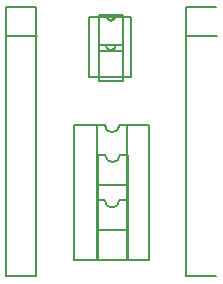
<source format=gbr>
G04 GERBER ASCII OUTPUT FROM: EDWIN 2000 (VER. 1.1 REV. 20011025)*
G04 GERBER FORMAT: RX-274-X*
G04 BOARD: 18_PIN_DIL_ADAPTER*
G04 ARTWORK OF COMP.PRINT POSITIVE*
%ASAXBY*%
%FSLAX23Y23*%
%MIA0B0*%
%MOIN*%
%OFA0.0000B0.0000*%
%SFA1B1*%
%IJA0B0*%
%INLAYER0POS*%
%IOA0B0*%
%IPPOS*%
%IR0*%
G04 APERTURE MACROS*
%AMEDWDONUT*
1,1,$1,$2,$3*
1,0,$4,$2,$3*
%
%AMEDWFRECT*
2,1,$1,$2,$3,$4,$5,$6*
%
%AMEDWORECT*
2,1,$1,$2,$3,$4,$5,$10*
2,1,$1,$4,$5,$6,$7,$10*
2,1,$1,$6,$7,$8,$9,$10*
2,1,$1,$8,$9,$2,$3,$10*
1,1,$1,$2,$3*
1,1,$1,$4,$5*
1,1,$1,$6,$7*
1,1,$1,$8,$9*
%
%AMEDWLINER*
2,1,$1,$2,$3,$4,$5,$6*
1,1,$1,$2,$3*
1,1,$1,$4,$5*
%
%AMEDWFTRNG*
4,1,3,$1,$2,$3,$4,$5,$6,$7,$8,$9*
%
%AMEDWATRNG*
4,1,3,$1,$2,$3,$4,$5,$6,$7,$8,$9*
2,1,$11,$1,$2,$3,$4,$10*
2,1,$11,$3,$4,$5,$6,$10*
2,1,$11,$5,$6,$7,$8,$10*
1,1,$11,$3,$4*
1,1,$11,$5,$6*
1,1,$11,$7,$8*
%
%AMEDWOTRNG*
2,1,$1,$2,$3,$4,$5,$8*
2,1,$1,$4,$5,$6,$7,$8*
2,1,$1,$6,$7,$2,$3,$8*
1,1,$1,$2,$3*
1,1,$1,$4,$5*
1,1,$1,$6,$7*
%
G04*
G04 APERTURE LIST*
%ADD10R,0.0750X0.0250*%
%ADD11R,0.0990X0.0490*%
%ADD12R,0.0700X0.0200*%
%ADD13R,0.0940X0.0440*%
%ADD14R,0.0900X0.0350*%
%ADD15R,0.1140X0.0590*%
%ADD16R,0.0800X0.0250*%
%ADD17R,0.1040X0.0490*%
%ADD18R,0.0850X0.0250*%
%ADD19R,0.1090X0.0490*%
%ADD20R,0.0750X0.0150*%
%ADD21R,0.0990X0.0390*%
%ADD22C,0.0010*%
%ADD24C,0.0020*%
%ADD25R,0.0020X0.0020*%
%ADD26C,0.0030*%
%ADD27R,0.0030X0.0030*%
%ADD28C,0.0040*%
%ADD29R,0.0040X0.0040*%
%ADD30C,0.0050*%
%ADD31R,0.0050X0.0050*%
%ADD32C,0.00787*%
%ADD33R,0.00787X0.00787*%
%ADD34C,0.0080*%
%ADD36C,0.0090*%
%ADD37R,0.0090X0.0090*%
%ADD38C,0.00984*%
%ADD39R,0.00984X0.00984*%
%ADD40C,0.0120*%
%ADD42C,0.0130*%
%ADD43R,0.0130X0.0130*%
%ADD44C,0.0150*%
%ADD45R,0.0150X0.0150*%
%ADD46C,0.01969*%
%ADD47R,0.01969X0.01969*%
%ADD48C,0.0250*%
%ADD49R,0.0250X0.0250*%
%ADD50C,0.0290*%
%ADD52C,0.0320*%
%ADD54C,0.0350*%
%ADD55R,0.0350X0.0350*%
%ADD56C,0.0360*%
%ADD58C,0.0370*%
%ADD59R,0.0370X0.0370*%
%ADD60C,0.0390*%
%ADD61R,0.0390X0.0390*%
%ADD62C,0.03937*%
%ADD63R,0.03937X0.03937*%
%ADD64C,0.0400*%
%ADD65R,0.0400X0.0400*%
%ADD66C,0.0470*%
%ADD67R,0.0470X0.0470*%
%ADD68C,0.0480*%
%ADD69R,0.0480X0.0480*%
%ADD70C,0.0490*%
%ADD71R,0.0490X0.0490*%
%ADD72C,0.0500*%
%ADD73R,0.0500X0.0500*%
%ADD74C,0.0560*%
%ADD75R,0.0560X0.0560*%
%ADD76C,0.0570*%
%ADD77R,0.0570X0.0570*%
%ADD78C,0.0580*%
%ADD79R,0.0580X0.0580*%
%ADD80C,0.0590*%
%ADD81R,0.0590X0.0590*%
%ADD82C,0.05906*%
%ADD83R,0.05906X0.05906*%
%ADD84C,0.0600*%
%ADD85R,0.0600X0.0600*%
%ADD86C,0.0620*%
%ADD87R,0.0620X0.0620*%
%ADD88C,0.0630*%
%ADD89R,0.0630X0.0630*%
%ADD90C,0.0640*%
%ADD91R,0.0640X0.0640*%
%ADD92C,0.06693*%
%ADD93R,0.06693X0.06693*%
%ADD94C,0.0670*%
%ADD95R,0.0670X0.0670*%
%ADD96C,0.06906*%
%ADD97R,0.06906X0.06906*%
%ADD98C,0.0700*%
%ADD99R,0.0700X0.0700*%
%ADD100C,0.0710*%
%ADD101R,0.0710X0.0710*%
%ADD102C,0.0720*%
%ADD103R,0.0720X0.0720*%
%ADD104C,0.0730*%
%ADD105R,0.0730X0.0730*%
%ADD106C,0.0740*%
%ADD107R,0.0740X0.0740*%
%ADD108C,0.0750*%
%ADD109R,0.0750X0.0750*%
%ADD110C,0.0800*%
%ADD111R,0.0800X0.0800*%
%ADD112C,0.0810*%
%ADD113R,0.0810X0.0810*%
%ADD114C,0.0820*%
%ADD115R,0.0820X0.0820*%
%ADD116C,0.0840*%
%ADD117R,0.0840X0.0840*%
%ADD118C,0.0850*%
%ADD119R,0.0850X0.0850*%
%ADD120C,0.0860*%
%ADD122C,0.0900*%
%ADD123R,0.0900X0.0900*%
%ADD124C,0.0910*%
%ADD125R,0.0910X0.0910*%
%ADD126C,0.0940*%
%ADD127R,0.0940X0.0940*%
%ADD128C,0.0990*%
%ADD129R,0.0990X0.0990*%
%ADD130C,0.1040*%
%ADD131R,0.1040X0.1040*%
%ADD132C,0.1090*%
%ADD133R,0.1090X0.1090*%
%ADD134C,0.1100*%
%ADD137R,0.1140X0.1140*%
%ADD138C,0.2140*%
%ADD139R,0.2140X0.2140*%
%ADD140C,0.3140*%
%ADD141R,0.3140X0.3140*%
%ADD142C,0.4140*%
%ADD143R,0.4140X0.4140*%
%ADD144C,0.5140*%
%ADD145R,0.5140X0.5140*%
%ADD146C,0.6140*%
%ADD147R,0.6140X0.6140*%
%ADD148C,0.7140*%
%ADD149R,0.7140X0.7140*%
%ADD150C,0.8140*%
%ADD151R,0.8140X0.8140*%
%ADD152C,0.9140*%
%ADD153R,0.9140X0.9140*%
%ADD154C,1.0140*%
%ADD155R,1.0140X1.0140*%
%ADD156C,1.1140*%
%ADD157R,1.1140X1.1140*%
%ADD158C,1.2140*%
%ADD159R,1.2140X1.2140*%
%ADD160C,1.3140*%
%ADD161R,1.3140X1.3140*%
%ADD162C,1.4140*%
%ADD163R,1.4140X1.4140*%
%ADD164C,1.5140*%
%ADD165R,1.5140X1.5140*%
%ADD166C,1.6140*%
%ADD167R,1.6140X1.6140*%
%ADD168C,1.7140*%
%ADD169R,1.7140X1.7140*%
%ADD170C,1.8140*%
%ADD171R,1.8140X1.8140*%
%ADD172C,1.9140*%
%ADD173R,1.9140X1.9140*%
G04*
D34* 
X435Y773D02*
X435Y895D01*
X355Y895D01*
X355Y773D01*
X435Y773D01*
G75*
G01X376Y895D02*
G03X412Y895I18J0D01*
G01*
D30* 
X146Y920D02*
X146Y22D01*
X46Y22D01*
X46Y920D01*
X146Y920D01*
X45Y823D02*
X147Y823D01*
X746Y920D02*
X746Y22D01*
X646Y22D01*
X646Y920D01*
X746Y920D01*
X645Y823D02*
X747Y823D01*
D34* 
X423Y277D02*
X448Y277D01*
X448Y77D01*
X348Y77D01*
X348Y277D01*
X373Y277D01*
G75*
G01X373Y277D02*
G03X423Y277I25J0D01*
G01*
X423Y528D02*
X448Y528D01*
X448Y328D01*
X348Y328D01*
X348Y528D01*
X373Y528D01*
G75*
G01X373Y528D02*
G03X423Y528I25J0D01*
G01*
X425Y428D02*
X450Y428D01*
X450Y78D01*
X350Y78D01*
X350Y428D01*
X375Y428D01*
G75*
G01X375Y428D02*
G03X425Y428I25J0D01*
G01*
X522Y528D02*
X522Y78D01*
X272Y528D02*
X272Y78D01*
X423Y528D02*
X522Y528D01*
X373Y528D02*
X273Y528D01*
G75*
G01X373Y528D02*
G03X423Y528I25J0D01*
G01*
X272Y78D02*
X522Y78D01*
X424Y528D02*
X449Y528D01*
X449Y178D01*
X349Y178D01*
X349Y528D01*
X374Y528D01*
G75*
G01X374Y528D02*
G03X424Y528I25J0D01*
G01*
X460Y886D02*
X460Y686D01*
X320Y686D01*
X320Y886D01*
X460Y886D01*
G75*
G01X384Y886D02*
G03X405Y886I11J-1D01*
G01*
X435Y673D02*
X435Y795D01*
X355Y795D01*
X355Y673D01*
X435Y673D01*
G75*
G01X376Y795D02*
G03X412Y795I18J0D01*
G01*
M02*

</source>
